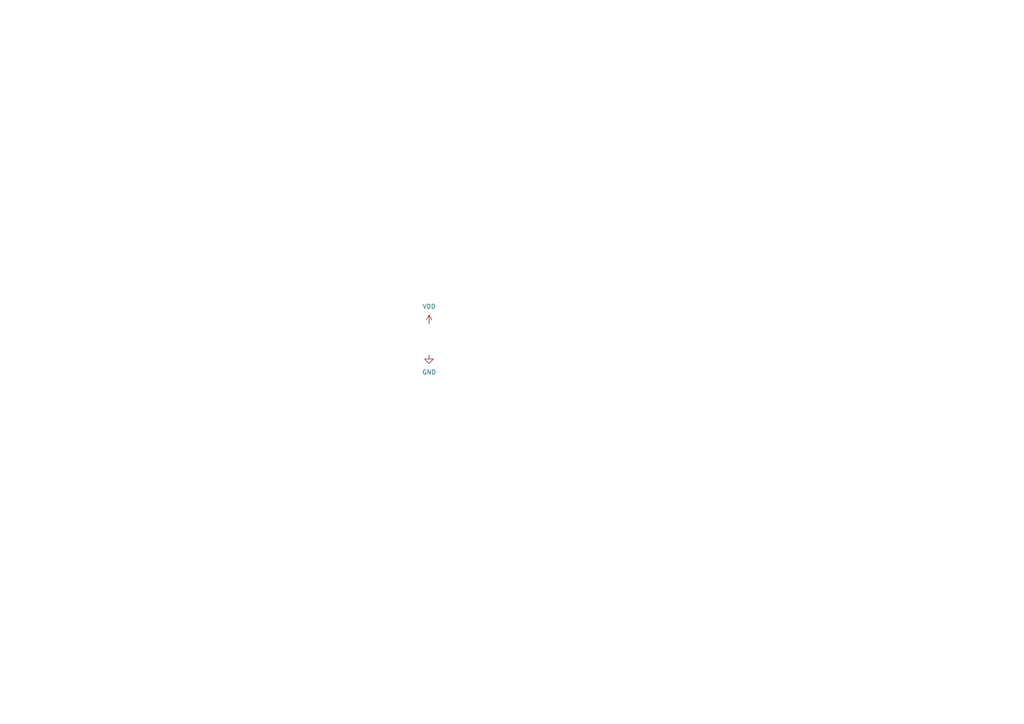
<source format=kicad_sch>
(kicad_sch (version 20230121) (generator eeschema)
  (paper "A4")
  (title_block (title "TITLE") (date "2023-05-28") (rev "1.0") (company "Kallio Designs Oy") (comment 1 "Teemu Latonen") (comment 2 "ASSEMBLY_PN") (comment 3 "000077"))
  (lib_symbols
    (symbol "power:GND" (power) (pin_names (offset 0))
      (property "Value" "GND" (at 0 -3.81 0))
      (symbol "GND_0_1"
        (polyline (pts (xy 0 0) (xy 0 -1.27) (xy 1.27 -1.27) (xy 0 -2.54) (xy -1.27 -1.27) (xy 0 -1.27)))
      )
      (symbol "GND_1_1"
        (pin power_in line (at 0 0 270) (length 0) hide (name "GND") (number "1"))
      )
    )
    (symbol "power:VDD" (power) (pin_names (offset 0))
      (property "Value" "VDD" (at 0 3.81 0))
      (symbol "VDD_0_1"
        (polyline (pts (xy -0.762 1.27) (xy 0 2.54)))
        (polyline (pts (xy 0 0) (xy 0 2.54)))
        (polyline (pts (xy 0 2.54) (xy 0.762 1.27)))
      )
      (symbol "VDD_1_1"
        (pin power_in line (at 0 0 90) (length 0) hide (name "VDD") (number "1"))
      )
    )
  )
  (symbol (lib_id "power:VDD") (at 124.46 93.98 0) (unit 1)
    (property "Reference" "#PWR0101" (effects hide))
    (property "Value" "VDD" (at 124.46 88.9 0))
  )
  (symbol (lib_id "power:GND") (at 124.46 102.87 0) (unit 1)
    (property "Reference" "#PWR0102" (effects hide))
    (property "Value" "GND" (at 124.46 107.95 0))
  )
)
</source>
